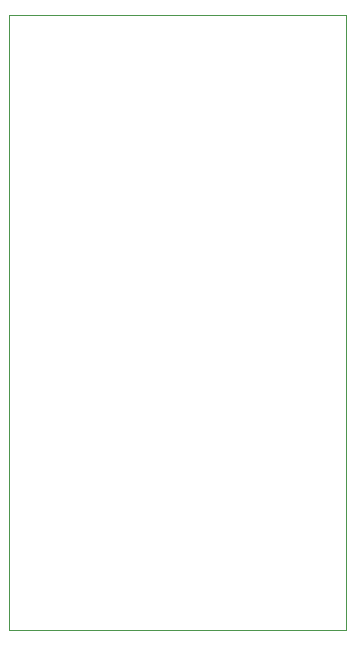
<source format=gbr>
%TF.GenerationSoftware,KiCad,Pcbnew,7.0.11-7.0.11~ubuntu22.04.1*%
%TF.CreationDate,2024-06-13T13:42:09+02:00*%
%TF.ProjectId,ESP-Pump-Interface,4553502d-5075-46d7-902d-496e74657266,rev?*%
%TF.SameCoordinates,Original*%
%TF.FileFunction,Profile,NP*%
%FSLAX46Y46*%
G04 Gerber Fmt 4.6, Leading zero omitted, Abs format (unit mm)*
G04 Created by KiCad (PCBNEW 7.0.11-7.0.11~ubuntu22.04.1) date 2024-06-13 13:42:09*
%MOMM*%
%LPD*%
G01*
G04 APERTURE LIST*
%TA.AperFunction,Profile*%
%ADD10C,0.050000*%
%TD*%
G04 APERTURE END LIST*
D10*
X154940000Y-44450000D02*
X155575000Y-44450000D01*
X127000000Y-44450000D02*
X154940000Y-44450000D01*
X127000000Y-44450000D02*
X127000000Y-96520000D01*
X155575000Y-96520000D02*
X155575000Y-44450000D01*
X127000000Y-96520000D02*
X155575000Y-96520000D01*
M02*

</source>
